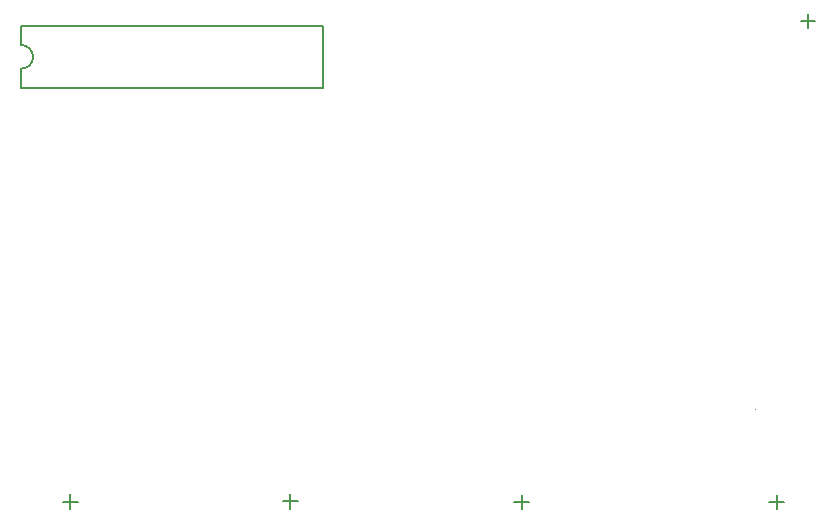
<source format=gbo>
G04 #@! TF.GenerationSoftware,KiCad,Pcbnew,(5.1.2)-1*
G04 #@! TF.CreationDate,2019-07-25T15:14:06-07:00*
G04 #@! TF.ProjectId,4Rose_t35_002b,34526f73-655f-4743-9335-5f303032622e,rev?*
G04 #@! TF.SameCoordinates,Original*
G04 #@! TF.FileFunction,Legend,Bot*
G04 #@! TF.FilePolarity,Positive*
%FSLAX46Y46*%
G04 Gerber Fmt 4.6, Leading zero omitted, Abs format (unit mm)*
G04 Created by KiCad (PCBNEW (5.1.2)-1) date 2019-07-25 15:14:06*
%MOMM*%
%LPD*%
G04 APERTURE LIST*
%ADD10C,0.150000*%
%ADD11C,0.190500*%
%ADD12C,0.101600*%
G04 APERTURE END LIST*
D10*
X133413500Y-127355600D02*
X133438900Y-125679200D01*
X158965900Y-127368300D02*
X133413500Y-127355600D01*
X158978600Y-122085100D02*
X158965900Y-127368300D01*
X133451600Y-122059700D02*
X158978600Y-122085100D01*
X133451600Y-123710700D02*
X133451600Y-122059700D01*
X133438896Y-123710460D02*
G75*
G02X133426201Y-125717299I12704J-1003540D01*
G01*
D11*
X200088500Y-121043700D02*
X200088500Y-122237500D01*
X199453500Y-121678700D02*
X200672700Y-121678700D01*
D12*
X195605400Y-154533600D02*
X195605400Y-154508200D01*
D11*
X196773800Y-162407600D02*
X197993000Y-162407600D01*
X197396100Y-161785300D02*
X197396100Y-162979100D01*
X175196500Y-162420300D02*
X176466500Y-162420300D01*
X175831500Y-161810700D02*
X175831500Y-163029900D01*
X155575000Y-162344100D02*
X156870400Y-162344100D01*
X156222700Y-161747200D02*
X156222700Y-162966400D01*
X138277600Y-162394900D02*
X137007600Y-162394900D01*
X137617200Y-161759900D02*
X137617200Y-163029900D01*
M02*

</source>
